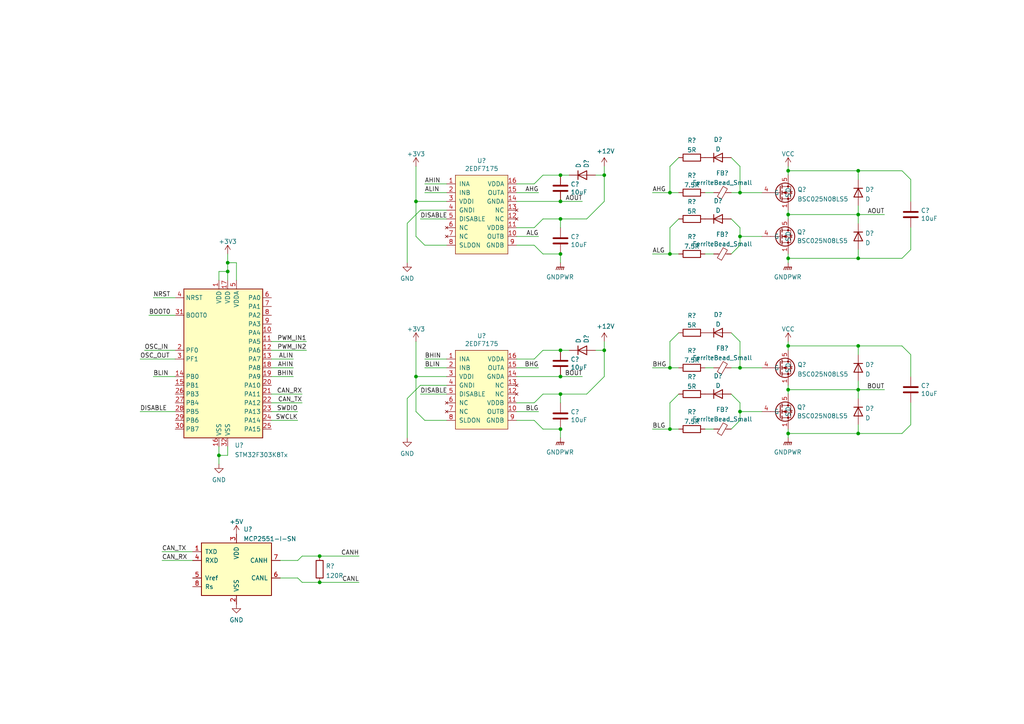
<source format=kicad_sch>
(kicad_sch (version 20211123) (generator eeschema)
  (paper "A4")
  (lib_symbols
    (symbol "Device:C" (pin_numbers hide) (pin_names (offset 0.254))
      (property "Reference" "C" (at 0.635 2.54 0))
      (property "Value" "C" (at 0.635 -2.54 0))
      (symbol "C_0_1"
        (polyline (pts (xy -2.032 -0.762) (xy 2.032 -0.762)) (stroke (width 0.508)))
        (polyline (pts (xy -2.032 0.762) (xy 2.032 0.762)) (stroke (width 0.508)))
      )
      (symbol "C_1_1"
        (pin passive line (at 0 3.81 270) (length 2.794) (name "~") (number "1"))
        (pin passive line (at 0 -3.81 90) (length 2.794) (name "~") (number "2"))
      )
    )
    (symbol "Device:D" (pin_numbers hide) (pin_names (offset 1.016) hide)
      (property "Reference" "D" (at 0 2.54 0))
      (property "Value" "D" (at 0 -2.54 0))
      (symbol "D_0_1"
        (polyline (pts (xy -1.27 1.27) (xy -1.27 -1.27)) (stroke (width 0.254)))
        (polyline (pts (xy 1.27 0) (xy -1.27 0)))
        (polyline (pts (xy 1.27 1.27) (xy 1.27 -1.27) (xy -1.27 0) (xy 1.27 1.27)) (stroke (width 0.254)))
      )
      (symbol "D_1_1"
        (pin passive line (at -3.81 0 0) (length 2.54) (name "K") (number "1"))
        (pin passive line (at 3.81 0 180) (length 2.54) (name "A") (number "2"))
      )
    )
    (symbol "Device:FerriteBead_Small" (pin_numbers hide) (pin_names (offset 0))
      (property "Reference" "FB" (at 1.905 1.27 0))
      (property "Value" "FerriteBead_Small" (at 1.905 -1.27 0))
      (symbol "FerriteBead_Small_0_1"
        (polyline (pts (xy 0 -1.27) (xy 0 -0.7874)))
        (polyline (pts (xy 0 0.889) (xy 0 1.2954)))
        (polyline (pts (xy -1.8288 0.2794) (xy -1.1176 1.4986) (xy 1.8288 -0.2032) (xy 1.1176 -1.4224) (xy -1.8288 0.2794)))
      )
      (symbol "FerriteBead_Small_1_1"
        (pin passive line (at 0 2.54 270) (length 1.27) (name "~") (number "1"))
        (pin passive line (at 0 -2.54 90) (length 1.27) (name "~") (number "2"))
      )
    )
    (symbol "Device:R" (pin_numbers hide) (pin_names (offset 0))
      (property "Reference" "R" (at 2.032 0 90))
      (property "Value" "R" (at 0 0 90))
      (symbol "R_0_1"
        (rectangle (start -1.016 -2.54) (end 1.016 2.54) (stroke (width 0.254)))
      )
      (symbol "R_1_1"
        (pin passive line (at 0 3.81 270) (length 1.27) (name "~") (number "1"))
        (pin passive line (at 0 -3.81 90) (length 1.27) (name "~") (number "2"))
      )
    )
    (symbol "Driver_FET_additional:2EDF7175" (pin_names (offset 1.016))
      (property "Reference" "U" (at 0 -13.97 0))
      (property "Value" "2EDF7175" (at 0 -16.51 0))
      (symbol "2EDF7175_0_1"
        (rectangle (start -7.62 11.43) (end 7.62 -11.43) (fill (type background)))
      )
      (symbol "2EDF7175_1_1"
        (pin input line (at -10.16 8.89 0) (length 2.54) (name "INA") (number "1"))
        (pin output line (at 10.16 -6.35 180) (length 2.54) (name "OUTB") (number "10"))
        (pin power_in line (at 10.16 -3.81 180) (length 2.54) (name "VDDB") (number "11"))
        (pin no_connect line (at 10.16 -1.27 180) (length 2.54) (name "NC") (number "12"))
        (pin no_connect line (at 10.16 1.27 180) (length 2.54) (name "NC") (number "13"))
        (pin power_in line (at 10.16 3.81 180) (length 2.54) (name "GNDA") (number "14"))
        (pin output line (at 10.16 6.35 180) (length 2.54) (name "OUTA") (number "15"))
        (pin power_in line (at 10.16 8.89 180) (length 2.54) (name "VDDA") (number "16"))
        (pin input line (at -10.16 6.35 0) (length 2.54) (name "INB") (number "2"))
        (pin power_in line (at -10.16 3.81 0) (length 2.54) (name "VDDI") (number "3"))
        (pin power_in line (at -10.16 1.27 0) (length 2.54) (name "GNDI") (number "4"))
        (pin input line (at -10.16 -1.27 0) (length 2.54) (name "DISABLE") (number "5"))
        (pin no_connect line (at -10.16 -3.81 0) (length 2.54) (name "NC") (number "6"))
        (pin no_connect line (at -10.16 -6.35 0) (length 2.54) (name "NC") (number "7"))
        (pin input line (at -10.16 -8.89 0) (length 2.54) (name "SLDON") (number "8"))
        (pin power_in line (at 10.16 -8.89 180) (length 2.54) (name "GNDB") (number "9"))
      )
    )
    (symbol "Interface_CAN_LIN:MCP2551-I-SN" (pin_names (offset 1.016))
      (property "Reference" "U" (at -10.16 8.89 0))
      (property "Value" "MCP2551-I-SN" (at 2.54 8.89 0))
      (symbol "MCP2551-I-SN_0_1"
        (rectangle (start -10.16 7.62) (end 10.16 -7.62) (stroke (width 0.254)) (fill (type background)))
      )
      (symbol "MCP2551-I-SN_1_1"
        (pin input line (at -12.7 5.08 0) (length 2.54) (name "TXD") (number "1"))
        (pin power_in line (at 0 -10.16 90) (length 2.54) (name "VSS") (number "2"))
        (pin power_in line (at 0 10.16 270) (length 2.54) (name "VDD") (number "3"))
        (pin output line (at -12.7 2.54 0) (length 2.54) (name "RXD") (number "4"))
        (pin power_out line (at -12.7 -2.54 0) (length 2.54) (name "Vref") (number "5"))
        (pin bidirectional line (at 12.7 -2.54 180) (length 2.54) (name "CANL") (number "6"))
        (pin bidirectional line (at 12.7 2.54 180) (length 2.54) (name "CANH") (number "7"))
        (pin input line (at -12.7 -5.08 0) (length 2.54) (name "Rs") (number "8"))
      )
    )
    (symbol "MCU_ST_STM32F3:STM32F303K8Tx"
      (property "Reference" "U" (at -12.7 21.59 0))
      (property "Value" "STM32F303K8Tx" (at 5.08 21.59 0))
      (symbol "STM32F303K8Tx_0_1"
        (rectangle (start -12.7 -22.86) (end 10.16 20.32) (stroke (width 0.254)) (fill (type background)))
      )
      (symbol "STM32F303K8Tx_1_1"
        (pin power_in line (at -2.54 22.86 270) (length 2.54) (name "VDD") (number "1"))
        (pin bidirectional line (at 12.7 7.62 180) (length 2.54) (name "PA4") (number "10"))
        (pin bidirectional line (at 12.7 5.08 180) (length 2.54) (name "PA5") (number "11"))
        (pin bidirectional line (at 12.7 2.54 180) (length 2.54) (name "PA6") (number "12"))
        (pin bidirectional line (at 12.7 0 180) (length 2.54) (name "PA7") (number "13"))
        (pin bidirectional line (at -15.24 -5.08 0) (length 2.54) (name "PB0") (number "14"))
        (pin bidirectional line (at -15.24 -7.62 0) (length 2.54) (name "PB1") (number "15"))
        (pin power_in line (at -2.54 -25.4 90) (length 2.54) (name "VSS") (number "16"))
        (pin power_in line (at 0 22.86 270) (length 2.54) (name "VDD") (number "17"))
        (pin bidirectional line (at 12.7 -2.54 180) (length 2.54) (name "PA8") (number "18"))
        (pin bidirectional line (at 12.7 -5.08 180) (length 2.54) (name "PA9") (number "19"))
        (pin input line (at -15.24 2.54 0) (length 2.54) (name "PF0") (number "2"))
        (pin bidirectional line (at 12.7 -7.62 180) (length 2.54) (name "PA10") (number "20"))
        (pin bidirectional line (at 12.7 -10.16 180) (length 2.54) (name "PA11") (number "21"))
        (pin bidirectional line (at 12.7 -12.7 180) (length 2.54) (name "PA12") (number "22"))
        (pin bidirectional line (at 12.7 -15.24 180) (length 2.54) (name "PA13") (number "23"))
        (pin bidirectional line (at 12.7 -17.78 180) (length 2.54) (name "PA14") (number "24"))
        (pin bidirectional line (at 12.7 -20.32 180) (length 2.54) (name "PA15") (number "25"))
        (pin bidirectional line (at -15.24 -10.16 0) (length 2.54) (name "PB3") (number "26"))
        (pin bidirectional line (at -15.24 -12.7 0) (length 2.54) (name "PB4") (number "27"))
        (pin bidirectional line (at -15.24 -15.24 0) (length 2.54) (name "PB5") (number "28"))
        (pin bidirectional line (at -15.24 -17.78 0) (length 2.54) (name "PB6") (number "29"))
        (pin input line (at -15.24 0 0) (length 2.54) (name "PF1") (number "3"))
        (pin bidirectional line (at -15.24 -20.32 0) (length 2.54) (name "PB7") (number "30"))
        (pin input line (at -15.24 12.7 0) (length 2.54) (name "BOOT0") (number "31"))
        (pin power_in line (at 0 -25.4 90) (length 2.54) (name "VSS") (number "32"))
        (pin input line (at -15.24 17.78 0) (length 2.54) (name "NRST") (number "4"))
        (pin power_in line (at 2.54 22.86 270) (length 2.54) (name "VDDA") (number "5"))
        (pin bidirectional line (at 12.7 17.78 180) (length 2.54) (name "PA0") (number "6"))
        (pin bidirectional line (at 12.7 15.24 180) (length 2.54) (name "PA1") (number "7"))
        (pin bidirectional line (at 12.7 12.7 180) (length 2.54) (name "PA2") (number "8"))
        (pin bidirectional line (at 12.7 10.16 180) (length 2.54) (name "PA3") (number "9"))
      )
    )
    (symbol "Transistor_FET_additional:BSC025N08LS5" (pin_names (offset 1.016))
      (property "Reference" "Q" (at 10.16 2.54 0))
      (property "Value" "BSC025N08LS5" (at 10.16 0 0))
      (property "Spice_Primitive" "M" (at 7.62 2.54 0))
      (property "Spice_Model" "BSC025N08LS5" (at 10.16 0 0))
      (property "Spice_Netlist_Enabled" "Y" (at 8.89 2.54 0))
      (symbol "BSC025N08LS5_1_1"
        (circle (center -0.889 0) (radius 2.794) (stroke (width 0.254)))
        (circle (center 0 -1.778) (radius 0.254) (fill (type outline)))
        (polyline (pts (xy -2.286 0) (xy -5.08 0)))
        (polyline (pts (xy -2.286 1.905) (xy -2.286 -1.905)) (stroke (width 0.254)))
        (polyline (pts (xy -1.778 -1.27) (xy -1.778 -2.286)) (stroke (width 0.254)))
        (polyline (pts (xy -1.778 0.508) (xy -1.778 -0.508)) (stroke (width 0.254)))
        (polyline (pts (xy -1.778 2.286) (xy -1.778 1.27)) (stroke (width 0.254)))
        (polyline (pts (xy 0 2.54) (xy 0 1.778)))
        (polyline (pts (xy 0 -2.54) (xy 0 0) (xy -1.778 0)))
        (polyline (pts (xy -1.778 -1.778) (xy 0.762 -1.778) (xy 0.762 1.778) (xy -1.778 1.778)))
        (polyline (pts (xy -1.524 0) (xy -0.508 0.381) (xy -0.508 -0.381) (xy -1.524 0)) (fill (type outline)))
        (polyline (pts (xy 0.254 0.508) (xy 0.381 0.381) (xy 1.143 0.381) (xy 1.27 0.254)))
        (polyline (pts (xy 0.762 0.381) (xy 0.381 -0.254) (xy 1.143 -0.254) (xy 0.762 0.381)))
        (circle (center 0 1.778) (radius 0.254) (fill (type outline)))
        (pin passive line (at 0 -5.08 90) (length 2.54) (name "S") (number "1"))
        (pin passive line (at 0 -5.08 90) (length 2.54) hide (name "S") (number "2"))
        (pin passive line (at 0 -5.08 90) (length 2.54) hide (name "S") (number "3"))
        (pin input line (at -7.62 0 0) (length 2.54) (name "G") (number "4"))
        (pin passive line (at 0 5.08 270) (length 2.54) (name "D") (number "5"))
        (pin passive line (at 0 5.08 270) (length 2.54) hide (name "D") (number "6"))
        (pin passive line (at 0 5.08 270) (length 2.54) hide (name "D") (number "7"))
        (pin passive line (at 0 5.08 270) (length 2.54) hide (name "D") (number "8"))
      )
    )
    (symbol "power:+12V" (power) (pin_names (offset 0))
      (property "Value" "+12V" (at 0 3.556 0))
      (symbol "+12V_0_1"
        (polyline (pts (xy -0.762 1.27) (xy 0 2.54)))
        (polyline (pts (xy 0 0) (xy 0 2.54)))
        (polyline (pts (xy 0 2.54) (xy 0.762 1.27)))
      )
      (symbol "+12V_1_1"
        (pin power_in line (at 0 0 90) (length 0) hide (name "+12V") (number "1"))
      )
    )
    (symbol "power:+3.3V" (power) (pin_names (offset 0))
      (property "Value" "+3.3V" (at 0 3.556 0))
      (symbol "+3.3V_0_1"
        (polyline (pts (xy -0.762 1.27) (xy 0 2.54)))
        (polyline (pts (xy 0 0) (xy 0 2.54)))
        (polyline (pts (xy 0 2.54) (xy 0.762 1.27)))
      )
      (symbol "+3.3V_1_1"
        (pin power_in line (at 0 0 90) (length 0) hide (name "+3V3") (number "1"))
      )
    )
    (symbol "power:+5V" (power) (pin_names (offset 0))
      (property "Value" "+5V" (at 0 3.556 0))
      (symbol "+5V_0_1"
        (polyline (pts (xy -0.762 1.27) (xy 0 2.54)))
        (polyline (pts (xy 0 0) (xy 0 2.54)))
        (polyline (pts (xy 0 2.54) (xy 0.762 1.27)))
      )
      (symbol "+5V_1_1"
        (pin power_in line (at 0 0 90) (length 0) hide (name "+5V") (number "1"))
      )
    )
    (symbol "power:GND" (power) (pin_names (offset 0))
      (property "Value" "GND" (at 0 -3.81 0))
      (symbol "GND_0_1"
        (polyline (pts (xy 0 0) (xy 0 -1.27) (xy 1.27 -1.27) (xy 0 -2.54) (xy -1.27 -1.27) (xy 0 -1.27)))
      )
      (symbol "GND_1_1"
        (pin power_in line (at 0 0 270) (length 0) hide (name "GND") (number "1"))
      )
    )
    (symbol "power:GNDPWR" (power) (pin_names (offset 0))
      (property "Value" "GNDPWR" (at 0 -3.302 0))
      (symbol "GNDPWR_0_1"
        (polyline (pts (xy 0 -1.27) (xy 0 0)))
        (polyline (pts (xy -1.016 -1.27) (xy -1.27 -2.032) (xy -1.27 -2.032)) (stroke (width 0.2032)))
        (polyline (pts (xy -0.508 -1.27) (xy -0.762 -2.032) (xy -0.762 -2.032)) (stroke (width 0.2032)))
        (polyline (pts (xy 0 -1.27) (xy -0.254 -2.032) (xy -0.254 -2.032)) (stroke (width 0.2032)))
        (polyline (pts (xy 0.508 -1.27) (xy 0.254 -2.032) (xy 0.254 -2.032)) (stroke (width 0.2032)))
        (polyline (pts (xy 1.016 -1.27) (xy -1.016 -1.27) (xy -1.016 -1.27)) (stroke (width 0.2032)))
        (polyline (pts (xy 1.016 -1.27) (xy 0.762 -2.032) (xy 0.762 -2.032) (xy 0.762 -2.032)) (stroke (width 0.2032)))
      )
      (symbol "GNDPWR_1_1"
        (pin power_in line (at 0 0 270) (length 0) hide (name "GNDPWR") (number "1"))
      )
    )
    (symbol "power:VCC" (power) (pin_names (offset 0))
      (property "Value" "VCC" (at 0 3.81 0))
      (symbol "VCC_0_1"
        (polyline (pts (xy -0.762 1.27) (xy 0 2.54)))
        (polyline (pts (xy 0 0) (xy 0 2.54)))
        (polyline (pts (xy 0 2.54) (xy 0.762 1.27)))
      )
      (symbol "VCC_1_1"
        (pin power_in line (at 0 0 90) (length 0) hide (name "VCC") (number "1"))
      )
    )
  )
  (junction (at 66.04 76.2))
  (junction (at 214.63 68.58))
  (junction (at 162.56 101.6))
  (junction (at 248.92 100.33))
  (junction (at 175.26 101.6))
  (junction (at 66.04 78.74))
  (junction (at 194.31 106.68))
  (junction (at 228.6 125.73))
  (junction (at 162.56 58.42))
  (junction (at 162.56 124.46))
  (junction (at 228.6 49.53))
  (junction (at 162.56 109.22))
  (junction (at 194.31 124.46))
  (junction (at 92.71 168.91))
  (junction (at 120.65 109.22))
  (junction (at 248.92 74.93))
  (junction (at 120.65 58.42))
  (junction (at 162.56 114.3))
  (junction (at 63.5 132.08))
  (junction (at 248.92 62.23))
  (junction (at 214.63 106.68))
  (junction (at 228.6 74.93))
  (junction (at 228.6 113.03))
  (junction (at 175.26 50.8))
  (junction (at 214.63 55.88))
  (junction (at 92.71 161.29))
  (junction (at 162.56 73.66))
  (junction (at 248.92 125.73))
  (junction (at 162.56 50.8))
  (junction (at 162.56 63.5))
  (junction (at 228.6 100.33))
  (junction (at 248.92 49.53))
  (junction (at 194.31 73.66))
  (junction (at 248.92 113.03))
  (junction (at 194.31 55.88))
  (junction (at 214.63 119.38))
  (junction (at 228.6 62.23))
  (wire (pts (xy 157.48 73.66) (xy 162.56 73.66)))
  (wire (pts (xy 157.48 101.6) (xy 162.56 101.6)))
  (wire (pts (xy 212.09 124.46) (xy 214.63 121.92)))
  (wire (pts (xy 175.26 50.8) (xy 175.26 58.42)))
  (wire (pts (xy 121.92 111.76) (xy 129.54 111.76)))
  (wire (pts (xy 86.36 119.38) (xy 78.74 119.38)))
  (wire (pts (xy 86.36 162.56) (xy 87.63 161.29)))
  (wire (pts (xy 123.19 104.14) (xy 129.54 104.14)))
  (wire (pts (xy 228.6 99.06) (xy 228.6 100.33)))
  (wire (pts (xy 228.6 73.66) (xy 228.6 74.93)))
  (wire (pts (xy 248.92 59.69) (xy 248.92 62.23)))
  (wire (pts (xy 196.85 45.72) (xy 194.31 48.26)))
  (wire (pts (xy 248.92 72.39) (xy 248.92 74.93)))
  (wire (pts (xy 248.92 100.33) (xy 261.62 100.33)))
  (wire (pts (xy 261.62 74.93) (xy 248.92 74.93)))
  (wire (pts (xy 66.04 73.66) (xy 66.04 76.2)))
  (wire (pts (xy 248.92 123.19) (xy 248.92 125.73)))
  (wire (pts (xy 170.18 63.5) (xy 162.56 63.5)))
  (wire (pts (xy 264.16 116.84) (xy 264.16 123.19)))
  (wire (pts (xy 149.86 58.42) (xy 162.56 58.42)))
  (wire (pts (xy 175.26 109.22) (xy 170.18 114.3)))
  (wire (pts (xy 154.94 66.04) (xy 157.48 63.5)))
  (wire (pts (xy 81.28 167.64) (xy 86.36 167.64)))
  (wire (pts (xy 154.94 53.34) (xy 157.48 50.8)))
  (wire (pts (xy 121.92 60.96) (xy 129.54 60.96)))
  (wire (pts (xy 212.09 96.52) (xy 214.63 99.06)))
  (wire (pts (xy 66.04 76.2) (xy 68.58 76.2)))
  (wire (pts (xy 120.65 99.06) (xy 120.65 109.22)))
  (wire (pts (xy 196.85 96.52) (xy 194.31 99.06)))
  (wire (pts (xy 157.48 124.46) (xy 162.56 124.46)))
  (wire (pts (xy 189.23 124.46) (xy 194.31 124.46)))
  (wire (pts (xy 123.19 121.92) (xy 129.54 121.92)))
  (wire (pts (xy 214.63 55.88) (xy 220.98 55.88)))
  (wire (pts (xy 204.47 106.68) (xy 207.01 106.68)))
  (wire (pts (xy 44.45 86.36) (xy 50.8 86.36)))
  (wire (pts (xy 264.16 123.19) (xy 261.62 125.73)))
  (wire (pts (xy 120.65 58.42) (xy 120.65 68.58)))
  (wire (pts (xy 214.63 116.84) (xy 214.63 119.38)))
  (wire (pts (xy 162.56 127) (xy 162.56 124.46)))
  (wire (pts (xy 162.56 76.2) (xy 162.56 73.66)))
  (wire (pts (xy 165.1 101.6) (xy 162.56 101.6)))
  (wire (pts (xy 212.09 114.3) (xy 214.63 116.84)))
  (wire (pts (xy 214.63 66.04) (xy 214.63 68.58)))
  (wire (pts (xy 194.31 116.84) (xy 194.31 124.46)))
  (wire (pts (xy 228.6 49.53) (xy 228.6 50.8)))
  (wire (pts (xy 154.94 121.92) (xy 157.48 124.46)))
  (wire (pts (xy 264.16 72.39) (xy 261.62 74.93)))
  (wire (pts (xy 194.31 99.06) (xy 194.31 106.68)))
  (wire (pts (xy 68.58 76.2) (xy 68.58 81.28)))
  (wire (pts (xy 196.85 106.68) (xy 194.31 106.68)))
  (wire (pts (xy 212.09 73.66) (xy 214.63 71.12)))
  (wire (pts (xy 264.16 102.87) (xy 264.16 109.22)))
  (wire (pts (xy 248.92 110.49) (xy 248.92 113.03)))
  (wire (pts (xy 154.94 116.84) (xy 157.48 114.3)))
  (wire (pts (xy 43.18 91.44) (xy 50.8 91.44)))
  (wire (pts (xy 264.16 52.07) (xy 264.16 58.42)))
  (wire (pts (xy 156.21 119.38) (xy 149.86 119.38)))
  (wire (pts (xy 121.92 63.5) (xy 129.54 63.5)))
  (wire (pts (xy 196.85 63.5) (xy 194.31 66.04)))
  (wire (pts (xy 228.6 74.93) (xy 228.6 76.2)))
  (wire (pts (xy 214.63 99.06) (xy 214.63 106.68)))
  (wire (pts (xy 248.92 102.87) (xy 248.92 100.33)))
  (wire (pts (xy 86.36 167.64) (xy 87.63 168.91)))
  (wire (pts (xy 123.19 55.88) (xy 129.54 55.88)))
  (wire (pts (xy 123.19 121.92) (xy 120.65 119.38)))
  (wire (pts (xy 214.63 68.58) (xy 220.98 68.58)))
  (wire (pts (xy 168.91 58.42) (xy 162.56 58.42)))
  (wire (pts (xy 228.6 100.33) (xy 228.6 101.6)))
  (wire (pts (xy 196.85 55.88) (xy 194.31 55.88)))
  (wire (pts (xy 165.1 50.8) (xy 162.56 50.8)))
  (wire (pts (xy 121.92 60.96) (xy 118.11 64.77)))
  (wire (pts (xy 212.09 45.72) (xy 214.63 48.26)))
  (wire (pts (xy 86.36 121.92) (xy 78.74 121.92)))
  (wire (pts (xy 261.62 125.73) (xy 248.92 125.73)))
  (wire (pts (xy 228.6 111.76) (xy 228.6 113.03)))
  (wire (pts (xy 63.5 132.08) (xy 66.04 132.08)))
  (wire (pts (xy 228.6 100.33) (xy 248.92 100.33)))
  (wire (pts (xy 120.65 48.26) (xy 120.65 58.42)))
  (wire (pts (xy 175.26 48.26) (xy 175.26 50.8)))
  (wire (pts (xy 196.85 114.3) (xy 194.31 116.84)))
  (wire (pts (xy 228.6 48.26) (xy 228.6 49.53)))
  (wire (pts (xy 149.86 106.68) (xy 156.21 106.68)))
  (wire (pts (xy 228.6 62.23) (xy 228.6 63.5)))
  (wire (pts (xy 204.47 124.46) (xy 207.01 124.46)))
  (wire (pts (xy 123.19 53.34) (xy 129.54 53.34)))
  (wire (pts (xy 248.92 52.07) (xy 248.92 49.53)))
  (wire (pts (xy 149.86 71.12) (xy 154.94 71.12)))
  (wire (pts (xy 92.71 161.29) (xy 104.14 161.29)))
  (wire (pts (xy 66.04 132.08) (xy 66.04 129.54)))
  (wire (pts (xy 88.9 99.06) (xy 78.74 99.06)))
  (wire (pts (xy 149.86 109.22) (xy 162.56 109.22)))
  (wire (pts (xy 46.99 162.56) (xy 55.88 162.56)))
  (wire (pts (xy 189.23 73.66) (xy 194.31 73.66)))
  (wire (pts (xy 189.23 55.88) (xy 194.31 55.88)))
  (wire (pts (xy 248.92 62.23) (xy 256.54 62.23)))
  (wire (pts (xy 228.6 60.96) (xy 228.6 62.23)))
  (wire (pts (xy 175.26 99.06) (xy 175.26 101.6)))
  (wire (pts (xy 40.64 104.14) (xy 50.8 104.14)))
  (wire (pts (xy 175.26 101.6) (xy 175.26 109.22)))
  (wire (pts (xy 41.91 101.6) (xy 50.8 101.6)))
  (wire (pts (xy 189.23 106.68) (xy 194.31 106.68)))
  (wire (pts (xy 63.5 78.74) (xy 66.04 78.74)))
  (wire (pts (xy 156.21 68.58) (xy 149.86 68.58)))
  (wire (pts (xy 118.11 115.57) (xy 118.11 127)))
  (wire (pts (xy 170.18 114.3) (xy 162.56 114.3)))
  (wire (pts (xy 214.63 48.26) (xy 214.63 55.88)))
  (wire (pts (xy 157.48 114.3) (xy 162.56 114.3)))
  (wire (pts (xy 85.09 106.68) (xy 78.74 106.68)))
  (wire (pts (xy 264.16 66.04) (xy 264.16 72.39)))
  (wire (pts (xy 214.63 106.68) (xy 220.98 106.68)))
  (wire (pts (xy 157.48 50.8) (xy 162.56 50.8)))
  (wire (pts (xy 92.71 168.91) (xy 104.14 168.91)))
  (wire (pts (xy 172.72 101.6) (xy 175.26 101.6)))
  (wire (pts (xy 228.6 125.73) (xy 248.92 125.73)))
  (wire (pts (xy 228.6 113.03) (xy 248.92 113.03)))
  (wire (pts (xy 149.86 121.92) (xy 154.94 121.92)))
  (wire (pts (xy 88.9 101.6) (xy 78.74 101.6)))
  (wire (pts (xy 120.65 109.22) (xy 120.65 119.38)))
  (wire (pts (xy 228.6 74.93) (xy 248.92 74.93)))
  (wire (pts (xy 149.86 104.14) (xy 154.94 104.14)))
  (wire (pts (xy 228.6 62.23) (xy 248.92 62.23)))
  (wire (pts (xy 87.63 116.84) (xy 78.74 116.84)))
  (wire (pts (xy 196.85 73.66) (xy 194.31 73.66)))
  (wire (pts (xy 228.6 125.73) (xy 228.6 127)))
  (wire (pts (xy 63.5 132.08) (xy 63.5 134.62)))
  (wire (pts (xy 162.56 114.3) (xy 162.56 116.84)))
  (wire (pts (xy 66.04 78.74) (xy 66.04 81.28)))
  (wire (pts (xy 63.5 81.28) (xy 63.5 78.74)))
  (wire (pts (xy 212.09 55.88) (xy 214.63 55.88)))
  (wire (pts (xy 172.72 50.8) (xy 175.26 50.8)))
  (wire (pts (xy 175.26 58.42) (xy 170.18 63.5)))
  (wire (pts (xy 87.63 114.3) (xy 78.74 114.3)))
  (wire (pts (xy 118.11 64.77) (xy 118.11 76.2)))
  (wire (pts (xy 248.92 49.53) (xy 261.62 49.53)))
  (wire (pts (xy 204.47 55.88) (xy 207.01 55.88)))
  (wire (pts (xy 154.94 71.12) (xy 157.48 73.66)))
  (wire (pts (xy 149.86 53.34) (xy 154.94 53.34)))
  (wire (pts (xy 87.63 161.29) (xy 92.71 161.29)))
  (wire (pts (xy 162.56 63.5) (xy 162.56 66.04)))
  (wire (pts (xy 214.63 119.38) (xy 220.98 119.38)))
  (wire (pts (xy 248.92 113.03) (xy 248.92 115.57)))
  (wire (pts (xy 121.92 111.76) (xy 118.11 115.57)))
  (wire (pts (xy 123.19 71.12) (xy 129.54 71.12)))
  (wire (pts (xy 214.63 68.58) (xy 214.63 71.12)))
  (wire (pts (xy 40.64 119.38) (xy 50.8 119.38)))
  (wire (pts (xy 248.92 113.03) (xy 256.54 113.03)))
  (wire (pts (xy 123.19 71.12) (xy 120.65 68.58)))
  (wire (pts (xy 120.65 109.22) (xy 129.54 109.22)))
  (wire (pts (xy 196.85 124.46) (xy 194.31 124.46)))
  (wire (pts (xy 261.62 49.53) (xy 264.16 52.07)))
  (wire (pts (xy 261.62 100.33) (xy 264.16 102.87)))
  (wire (pts (xy 46.99 160.02) (xy 55.88 160.02)))
  (wire (pts (xy 214.63 119.38) (xy 214.63 121.92)))
  (wire (pts (xy 212.09 106.68) (xy 214.63 106.68)))
  (wire (pts (xy 194.31 48.26) (xy 194.31 55.88)))
  (wire (pts (xy 87.63 168.91) (xy 92.71 168.91)))
  (wire (pts (xy 81.28 162.56) (xy 86.36 162.56)))
  (wire (pts (xy 228.6 124.46) (xy 228.6 125.73)))
  (wire (pts (xy 120.65 58.42) (xy 129.54 58.42)))
  (wire (pts (xy 149.86 55.88) (xy 156.21 55.88)))
  (wire (pts (xy 248.92 62.23) (xy 248.92 64.77)))
  (wire (pts (xy 212.09 63.5) (xy 214.63 66.04)))
  (wire (pts (xy 228.6 49.53) (xy 248.92 49.53)))
  (wire (pts (xy 149.86 116.84) (xy 154.94 116.84)))
  (wire (pts (xy 168.91 109.22) (xy 162.56 109.22)))
  (wire (pts (xy 194.31 66.04) (xy 194.31 73.66)))
  (wire (pts (xy 157.48 63.5) (xy 162.56 63.5)))
  (wire (pts (xy 66.04 76.2) (xy 66.04 78.74)))
  (wire (pts (xy 204.47 73.66) (xy 207.01 73.66)))
  (wire (pts (xy 44.45 109.22) (xy 50.8 109.22)))
  (wire (pts (xy 85.09 109.22) (xy 78.74 109.22)))
  (wire (pts (xy 123.19 106.68) (xy 129.54 106.68)))
  (wire (pts (xy 85.09 104.14) (xy 78.74 104.14)))
  (wire (pts (xy 228.6 113.03) (xy 228.6 114.3)))
  (wire (pts (xy 154.94 104.14) (xy 157.48 101.6)))
  (wire (pts (xy 121.92 114.3) (xy 129.54 114.3)))
  (wire (pts (xy 149.86 66.04) (xy 154.94 66.04)))
  (wire (pts (xy 63.5 129.54) (xy 63.5 132.08)))
  (label "DISABLE" (at 121.92 114.3 0))
  (label "BHIN" (at 123.19 104.14 0))
  (label "AHG" (at 156.21 55.88 180))
  (label "BHG" (at 189.23 106.68 0))
  (label "BLIN" (at 44.45 109.22 0))
  (label "NRST" (at 44.45 86.36 0))
  (label "CAN_RX" (at 87.63 114.3 180))
  (label "AHIN" (at 123.19 53.34 0))
  (label "BHG" (at 156.21 106.68 180))
  (label "DISABLE" (at 40.64 119.38 0))
  (label "AOUT" (at 168.91 58.42 180))
  (label "ALIN" (at 123.19 55.88 0))
  (label "CANL" (at 104.14 168.91 180))
  (label "DISABLE" (at 121.92 63.5 0))
  (label "AOUT" (at 256.54 62.23 180))
  (label "BLIN" (at 123.19 106.68 0))
  (label "CANH" (at 104.14 161.29 180))
  (label "BHIN" (at 85.09 109.22 180))
  (label "BOUT" (at 168.91 109.22 180))
  (label "BLG" (at 156.21 119.38 180))
  (label "CAN_TX" (at 46.99 160.02 0))
  (label "AHIN" (at 85.09 106.68 180))
  (label "AHG" (at 189.23 55.88 0))
  (label "CAN_RX" (at 46.99 162.56 0))
  (label "OSC_IN" (at 41.91 101.6 0))
  (label "ALG" (at 156.21 68.58 180))
  (label "ALIN" (at 85.09 104.14 180))
  (label "OSC_OUT" (at 40.64 104.14 0))
  (label "BOUT" (at 256.54 113.03 180))
  (label "PWM_IN1" (at 88.9 99.06 180))
  (label "BOOT0" (at 43.18 91.44 0))
  (label "PWM_IN2" (at 88.9 101.6 180))
  (label "SWCLK" (at 86.36 121.92 180))
  (label "CAN_TX" (at 87.63 116.84 180))
  (label "BLG" (at 189.23 124.46 0))
  (label "ALG" (at 189.23 73.66 0))
  (label "SWDIO" (at 86.36 119.38 180))
  (symbol (lib_id "Driver_FET_additional:2EDF7175") (at 139.7 62.23 0) (unit 1)
    (property "Reference" "U?" (at 139.7 46.609 0))
    (property "Value" "2EDF7175" (at 139.7 48.9204 0))
    (property "Footprint" "Package_SO:SOIC-16_3.9x9.9mm_P1.27mm" (effects hide))
    (property "Datasheet" "https://www.infineon.com/dgdl/Infineon-2EDF7175F-DataSheet-v02_07-EN.pdf?fileId=5546d462636cc8fb0163b09026be3060" (effects hide))
  )
  (symbol (lib_id "Device:C") (at 162.56 54.61 0) (unit 1)
    (property "Reference" "C?" (at 165.481 53.4416 0) (effects (justify left)))
    (property "Value" "10uF" (at 165.481 55.753 0) (effects (justify left)))
    (property "Footprint" "Capacitor_SMD:C_0805_2012Metric" (effects hide))
  )
  (symbol (lib_id "Device:D") (at 168.91 50.8 0) (mirror x) (unit 1)
    (property "Reference" "D?" (at 170.0784 48.768 90) (effects (justify right)))
    (property "Value" "D" (at 167.767 48.768 90) (effects (justify right)))
  )
  (symbol (lib_id "Device:C") (at 162.56 69.85 0) (unit 1)
    (property "Reference" "C?" (at 165.481 68.6816 0) (effects (justify left)))
    (property "Value" "10uF" (at 165.481 70.993 0) (effects (justify left)))
    (property "Footprint" "Capacitor_SMD:C_0805_2012Metric" (effects hide))
  )
  (symbol (lib_id "power:+12V") (at 175.26 48.26 0) (unit 1)
    (property "Reference" "#PWR?" (effects hide))
    (property "Value" "+12V" (at 175.641 43.8658 0))
  )
  (symbol (lib_id "power:GNDPWR") (at 228.6 76.2 0) (unit 1)
    (property "Reference" "#PWR?" (effects hide))
    (property "Value" "GNDPWR" (at 228.473 80.3561 0))
  )
  (symbol (lib_id "power:+3.3V") (at 120.65 48.26 0) (unit 1)
    (property "Reference" "#PWR?" (effects hide))
    (property "Value" "+3.3V" (at 120.65 44.6555 0))
  )
  (symbol (lib_id "Device:C") (at 162.56 105.41 0) (unit 1)
    (property "Reference" "C?" (at 165.481 104.2416 0) (effects (justify left)))
    (property "Value" "10uF" (at 165.481 106.553 0) (effects (justify left)))
    (property "Footprint" "Capacitor_SMD:C_0805_2012Metric" (effects hide))
  )
  (symbol (lib_id "Device:R") (at 200.66 124.46 270) (unit 1)
    (property "Reference" "R?" (at 200.66 119.4775 90))
    (property "Value" "7.5R" (at 200.66 122.2526 90))
    (property "Footprint" "Resistor_SMD:R_0603_1608Metric" (effects hide))
  )
  (symbol (lib_id "power:+3.3V") (at 120.65 99.06 0) (unit 1)
    (property "Reference" "#PWR?" (effects hide))
    (property "Value" "+3.3V" (at 120.65 95.4555 0))
  )
  (symbol (lib_id "power:GNDPWR") (at 162.56 127 0) (unit 1)
    (property "Reference" "#PWR?" (effects hide))
    (property "Value" "GNDPWR" (at 162.433 131.1561 0))
  )
  (symbol (lib_id "power:GND") (at 63.5 134.62 0) (unit 1)
    (property "Reference" "#PWR?" (effects hide))
    (property "Value" "GND" (at 63.5 139.1825 0))
  )
  (symbol (lib_id "Device:R") (at 92.71 165.1 0) (unit 1)
    (property "Reference" "R?" (at 94.488 164.1915 0) (effects (justify left)))
    (property "Value" "120R" (at 94.488 166.9666 0) (effects (justify left)))
    (property "Footprint" "Resistor_SMD:R_0603_1608Metric" (effects hide))
  )
  (symbol (lib_id "Device:D") (at 248.92 68.58 270) (unit 1)
    (property "Reference" "D?" (at 250.952 67.6715 90) (effects (justify left)))
    (property "Value" "D" (at 250.952 70.4466 90) (effects (justify left)))
  )
  (symbol (lib_id "Device:R") (at 200.66 114.3 270) (unit 1)
    (property "Reference" "R?" (at 200.66 109.3175 90))
    (property "Value" "5R" (at 200.66 112.0926 90))
    (property "Footprint" "Resistor_SMD:R_0603_1608Metric" (effects hide))
  )
  (symbol (lib_id "Device:FerriteBead_Small") (at 209.55 55.88 90) (unit 1)
    (property "Reference" "FB?" (at 209.5119 50.2117 90))
    (property "Value" "FerriteBead_Small" (at 209.5119 52.9868 90))
    (property "Footprint" "Inductor_SMD:L_0603_1608Metric" (effects hide))
  )
  (symbol (lib_id "Device:D") (at 208.28 45.72 0) (unit 1)
    (property "Reference" "D?" (at 208.28 40.4835 0))
    (property "Value" "D" (at 208.28 43.2586 0))
  )
  (symbol (lib_id "Device:C") (at 162.56 120.65 0) (unit 1)
    (property "Reference" "C?" (at 165.481 119.4816 0) (effects (justify left)))
    (property "Value" "10uF" (at 165.481 121.793 0) (effects (justify left)))
    (property "Footprint" "Capacitor_SMD:C_0805_2012Metric" (effects hide))
  )
  (symbol (lib_id "Device:R") (at 200.66 45.72 270) (unit 1)
    (property "Reference" "R?" (at 200.66 40.7375 90))
    (property "Value" "5R" (at 200.66 43.5126 90))
    (property "Footprint" "Resistor_SMD:R_0603_1608Metric" (effects hide))
  )
  (symbol (lib_id "MCU_ST_STM32F3:STM32F303K8Tx") (at 66.04 104.14 0) (unit 1)
    (property "Reference" "U?" (at 68.0594 129.1495 0) (effects (justify left)))
    (property "Value" "STM32F303K8Tx" (at 68.0594 131.9246 0) (effects (justify left)))
    (property "Footprint" "Package_QFP:LQFP-32_7x7mm_P0.8mm" (effects hide))
    (property "Datasheet" "http://www.st.com/st-web-ui/static/active/en/resource/technical/document/datasheet/DM00092070.pdf" (effects hide))
  )
  (symbol (lib_id "power:GND") (at 68.58 175.26 0) (unit 1)
    (property "Reference" "#PWR?" (effects hide))
    (property "Value" "GND" (at 68.58 179.8225 0))
  )
  (symbol (lib_id "Device:FerriteBead_Small") (at 209.55 106.68 90) (unit 1)
    (property "Reference" "FB?" (at 209.5119 101.0117 90))
    (property "Value" "FerriteBead_Small" (at 209.5119 103.7868 90))
    (property "Footprint" "Inductor_SMD:L_0603_1608Metric" (effects hide))
  )
  (symbol (lib_id "Device:R") (at 200.66 73.66 270) (unit 1)
    (property "Reference" "R?" (at 200.66 68.6775 90))
    (property "Value" "7.5R" (at 200.66 71.4526 90))
    (property "Footprint" "Resistor_SMD:R_0603_1608Metric" (effects hide))
  )
  (symbol (lib_id "power:GND") (at 118.11 76.2 0) (unit 1)
    (property "Reference" "#PWR?" (effects hide))
    (property "Value" "GND" (at 118.11 80.7625 0))
  )
  (symbol (lib_id "Device:FerriteBead_Small") (at 209.55 73.66 90) (unit 1)
    (property "Reference" "FB?" (at 209.5119 67.9917 90))
    (property "Value" "FerriteBead_Small" (at 209.5119 70.7668 90))
    (property "Footprint" "Inductor_SMD:L_0603_1608Metric" (effects hide))
  )
  (symbol (lib_id "Device:D") (at 248.92 55.88 270) (unit 1)
    (property "Reference" "D?" (at 250.952 54.9715 90) (effects (justify left)))
    (property "Value" "D" (at 250.952 57.7466 90) (effects (justify left)))
  )
  (symbol (lib_id "Device:D") (at 208.28 96.52 0) (unit 1)
    (property "Reference" "D?" (at 208.28 91.2835 0))
    (property "Value" "D" (at 208.28 94.0586 0))
  )
  (symbol (lib_id "power:VCC") (at 228.6 99.06 0) (unit 1)
    (property "Reference" "#PWR?" (effects hide))
    (property "Value" "VCC" (at 228.6 95.4555 0))
  )
  (symbol (lib_id "power:+5V") (at 68.58 154.94 0) (unit 1)
    (property "Reference" "#PWR?" (effects hide))
    (property "Value" "+5V" (at 68.58 151.3355 0))
  )
  (symbol (lib_id "Device:C") (at 264.16 113.03 0) (unit 1)
    (property "Reference" "C?" (at 267.081 111.8616 0) (effects (justify left)))
    (property "Value" "10uF" (at 267.081 114.173 0) (effects (justify left)))
    (property "Footprint" "Capacitor_SMD:C_1206_3216Metric" (effects hide))
  )
  (symbol (lib_id "Transistor_FET_additional:BSC025N08LS5") (at 228.6 106.68 0) (unit 1)
    (property "Reference" "Q?" (at 231.267 105.7715 0) (effects (justify left)))
    (property "Value" "BSC025N08LS5" (at 231.267 108.5466 0) (effects (justify left)))
    (property "Footprint" "Package_TO_SOT_SMD_additional:infineon_PG-HSOG-8-1" (effects hide))
    (property "Datasheet" "https://www.infineon.com/dgdl/Infineon-IPTG011N08NM5-DataSheet-v02_00-EN.pdf?fileId=5546d46277921c320177aa3f5c9e7d54" (effects hide))
    (property "Spice_Primitive" "M" (effects hide))
    (property "Spice_Model" "BSC025N08LS5" (effects hide))
    (property "Spice_Netlist_Enabled" "Y" (effects hide))
  )
  (symbol (lib_id "power:+12V") (at 175.26 99.06 0) (unit 1)
    (property "Reference" "#PWR?" (effects hide))
    (property "Value" "+12V" (at 175.641 94.6658 0))
  )
  (symbol (lib_id "Interface_CAN_LIN:MCP2551-I-SN") (at 68.58 165.1 0) (unit 1)
    (property "Reference" "U?" (at 70.5994 153.5135 0) (effects (justify left)))
    (property "Value" "MCP2551-I-SN" (at 70.5994 156.2886 0) (effects (justify left)))
    (property "Footprint" "Package_SO:SOIC-8_3.9x4.9mm_P1.27mm" (effects hide))
    (property "Datasheet" "http://ww1.microchip.com/downloads/en/devicedoc/21667d.pdf" (effects hide))
  )
  (symbol (lib_id "power:VCC") (at 228.6 48.26 0) (unit 1)
    (property "Reference" "#PWR?" (effects hide))
    (property "Value" "VCC" (at 228.6 44.6555 0))
  )
  (symbol (lib_id "Device:D") (at 168.91 101.6 0) (mirror x) (unit 1)
    (property "Reference" "D?" (at 170.0784 99.568 90) (effects (justify right)))
    (property "Value" "D" (at 167.767 99.568 90) (effects (justify right)))
  )
  (symbol (lib_id "Transistor_FET_additional:BSC025N08LS5") (at 228.6 119.38 0) (unit 1)
    (property "Reference" "Q?" (at 231.14 118.11 0) (effects (justify left)))
    (property "Value" "BSC025N08LS5" (at 231.14 120.65 0) (effects (justify left)))
    (property "Footprint" "Package_TO_SOT_SMD_additional:infineon_PG-HSOG-8-1" (effects hide))
    (property "Datasheet" "https://www.infineon.com/dgdl/Infineon-IPTG011N08NM5-DataSheet-v02_00-EN.pdf?fileId=5546d46277921c320177aa3f5c9e7d54" (effects hide))
    (property "Spice_Primitive" "M" (effects hide))
    (property "Spice_Model" "BSC025N08LS5" (effects hide))
    (property "Spice_Netlist_Enabled" "Y" (effects hide))
  )
  (symbol (lib_id "Device:R") (at 200.66 96.52 270) (unit 1)
    (property "Reference" "R?" (at 200.66 91.5375 90))
    (property "Value" "5R" (at 200.66 94.3126 90))
    (property "Footprint" "Resistor_SMD:R_0603_1608Metric" (effects hide))
  )
  (symbol (lib_id "Device:FerriteBead_Small") (at 209.55 124.46 90) (unit 1)
    (property "Reference" "FB?" (at 209.5119 118.7917 90))
    (property "Value" "FerriteBead_Small" (at 209.5119 121.5668 90))
    (property "Footprint" "Inductor_SMD:L_0603_1608Metric" (effects hide))
  )
  (symbol (lib_id "Transistor_FET_additional:BSC025N08LS5") (at 228.6 68.58 0) (unit 1)
    (property "Reference" "Q?" (at 231.14 67.31 0) (effects (justify left)))
    (property "Value" "BSC025N08LS5" (at 231.14 69.85 0) (effects (justify left)))
    (property "Footprint" "Package_TO_SOT_SMD_additional:infineon_PG-HSOG-8-1" (effects hide))
    (property "Datasheet" "https://www.infineon.com/dgdl/Infineon-IPTG011N08NM5-DataSheet-v02_00-EN.pdf?fileId=5546d46277921c320177aa3f5c9e7d54" (effects hide))
    (property "Spice_Primitive" "M" (effects hide))
    (property "Spice_Model" "BSC025N08LS5" (effects hide))
    (property "Spice_Netlist_Enabled" "Y" (effects hide))
  )
  (symbol (lib_id "power:GNDPWR") (at 228.6 127 0) (unit 1)
    (property "Reference" "#PWR?" (effects hide))
    (property "Value" "GNDPWR" (at 228.473 131.1561 0))
  )
  (symbol (lib_id "Device:D") (at 208.28 114.3 0) (unit 1)
    (property "Reference" "D?" (at 208.28 109.0635 0))
    (property "Value" "D" (at 208.28 111.8386 0))
  )
  (symbol (lib_id "power:GND") (at 118.11 127 0) (unit 1)
    (property "Reference" "#PWR?" (effects hide))
    (property "Value" "GND" (at 118.11 131.5625 0))
  )
  (symbol (lib_id "Device:D") (at 248.92 119.38 270) (unit 1)
    (property "Reference" "D?" (at 250.952 118.4715 90) (effects (justify left)))
    (property "Value" "D" (at 250.952 121.2466 90) (effects (justify left)))
  )
  (symbol (lib_id "Device:D") (at 248.92 106.68 270) (unit 1)
    (property "Reference" "D?" (at 250.952 105.7715 90) (effects (justify left)))
    (property "Value" "D" (at 250.952 108.5466 90) (effects (justify left)))
  )
  (symbol (lib_id "Device:C") (at 264.16 62.23 0) (unit 1)
    (property "Reference" "C?" (at 267.081 61.0616 0) (effects (justify left)))
    (property "Value" "10uF" (at 267.081 63.373 0) (effects (justify left)))
    (property "Footprint" "Capacitor_SMD:C_1206_3216Metric" (effects hide))
  )
  (symbol (lib_id "Device:R") (at 200.66 63.5 270) (unit 1)
    (property "Reference" "R?" (at 200.66 58.5175 90))
    (property "Value" "5R" (at 200.66 61.2926 90))
    (property "Footprint" "Resistor_SMD:R_0603_1608Metric" (effects hide))
  )
  (symbol (lib_id "Driver_FET_additional:2EDF7175") (at 139.7 113.03 0) (unit 1)
    (property "Reference" "U?" (at 139.7 97.409 0))
    (property "Value" "2EDF7175" (at 139.7 99.7204 0))
    (property "Footprint" "Package_SO:SOIC-16_3.9x9.9mm_P1.27mm" (effects hide))
    (property "Datasheet" "https://www.infineon.com/dgdl/Infineon-2EDF7175F-DataSheet-v02_07-EN.pdf?fileId=5546d462636cc8fb0163b09026be3060" (effects hide))
  )
  (symbol (lib_id "Device:R") (at 200.66 55.88 90) (unit 1)
    (property "Reference" "R?" (at 200.66 50.8975 90))
    (property "Value" "7.5R" (at 200.66 53.6726 90))
    (property "Footprint" "Resistor_SMD:R_0603_1608Metric" (effects hide))
  )
  (symbol (lib_id "power:+3.3V") (at 66.04 73.66 0) (unit 1)
    (property "Reference" "#PWR?" (effects hide))
    (property "Value" "+3.3V" (at 66.04 70.0555 0))
  )
  (symbol (lib_id "Device:D") (at 208.28 63.5 0) (unit 1)
    (property "Reference" "D?" (at 208.28 58.2635 0))
    (property "Value" "D" (at 208.28 61.0386 0))
  )
  (symbol (lib_id "Device:R") (at 200.66 106.68 90) (unit 1)
    (property "Reference" "R?" (at 200.66 101.6975 90))
    (property "Value" "7.5R" (at 200.66 104.4726 90))
    (property "Footprint" "Resistor_SMD:R_0603_1608Metric" (effects hide))
  )
  (symbol (lib_id "Transistor_FET_additional:BSC025N08LS5") (at 228.6 55.88 0) (unit 1)
    (property "Reference" "Q?" (at 231.267 54.9715 0) (effects (justify left)))
    (property "Value" "BSC025N08LS5" (at 231.267 57.7466 0) (effects (justify left)))
    (property "Footprint" "Package_TO_SOT_SMD_additional:infineon_PG-HSOG-8-1" (effects hide))
    (property "Datasheet" "https://www.infineon.com/dgdl/Infineon-IPTG011N08NM5-DataSheet-v02_00-EN.pdf?fileId=5546d46277921c320177aa3f5c9e7d54" (effects hide))
    (property "Spice_Primitive" "M" (effects hide))
    (property "Spice_Model" "BSC025N08LS5" (effects hide))
    (property "Spice_Netlist_Enabled" "Y" (effects hide))
  )
  (symbol (lib_id "power:GNDPWR") (at 162.56 76.2 0) (unit 1)
    (property "Reference" "#PWR?" (effects hide))
    (property "Value" "GNDPWR" (at 162.433 80.3561 0))
  )
)
</source>
